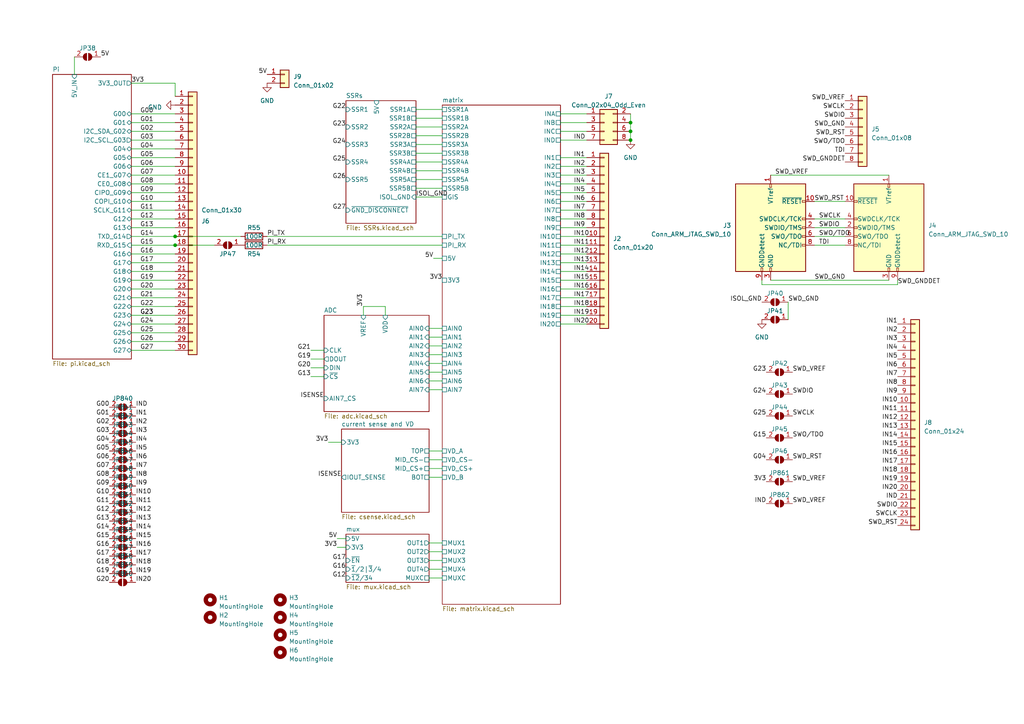
<source format=kicad_sch>
(kicad_sch (version 20230121) (generator eeschema)
  (paper "A4")
  (lib_symbols
    (symbol "Connector:Conn_ARM_JTAG_SWD_10" (pin_names (offset 1.016))
      (property "Reference" "J" (at -2.54 16.51 0))
      (property "Value" "Conn_ARM_JTAG_SWD_10" (at -2.54 13.97 0))
      (symbol "Conn_ARM_JTAG_SWD_10_0_1"
        (rectangle (start -10.16 12.7) (end 10.16 -12.7) (stroke (width 0.254)) (fill (type background)))
        (rectangle (start -2.794 -12.7) (end -2.286 -11.684))
        (rectangle (start -0.254 -12.7) (end 0.254 -11.684))
        (rectangle (start -0.254 12.7) (end 0.254 11.684))
        (rectangle (start 9.144 2.286) (end 10.16 2.794))
        (rectangle (start 10.16 -2.794) (end 9.144 -2.286))
        (rectangle (start 10.16 -0.254) (end 9.144 0.254))
        (rectangle (start 10.16 7.874) (end 9.144 7.366))
      )
      (symbol "Conn_ARM_JTAG_SWD_10_1_1"
        (rectangle (start 9.144 -5.334) (end 10.16 -4.826))
        (pin power_in line (at 0 15.24 270) (length 2.54) (name "VTref") (number "1"))
        (pin open_collector line (at 12.7 7.62 180) (length 2.54) (name "~{RESET}") (number "10"))
        (pin bidirectional line (at 12.7 0 180) (length 2.54) (name "SWDIO/TMS") (number "2"))
        (pin power_in line (at 0 -15.24 90) (length 2.54) (name "GND") (number "3"))
        (pin output line (at 12.7 2.54 180) (length 2.54) (name "SWDCLK/TCK") (number "4"))
        (pin passive line (at 0 -15.24 90) (length 2.54) hide (name "GND") (number "5"))
        (pin input line (at 12.7 -2.54 180) (length 2.54) (name "SWO/TDO") (number "6"))
        (pin no_connect line (at -10.16 0 0) (length 2.54) hide (name "KEY") (number "7"))
        (pin output line (at 12.7 -5.08 180) (length 2.54) (name "NC/TDI") (number "8"))
        (pin passive line (at -2.54 -15.24 90) (length 2.54) (name "GNDDetect") (number "9"))
      )
    )
    (symbol "Connector_Generic:Conn_01x02" (pin_names (offset 1.016) hide)
      (property "Reference" "J" (at 0 2.54 0))
      (property "Value" "Conn_01x02" (at 0 -5.08 0))
      (symbol "Conn_01x02_1_1"
        (rectangle (start -1.27 -2.413) (end 0 -2.667) (stroke (width 0.1524)))
        (rectangle (start -1.27 0.127) (end 0 -0.127) (stroke (width 0.1524)))
        (rectangle (start -1.27 1.27) (end 1.27 -3.81) (stroke (width 0.254)) (fill (type background)))
        (pin passive line (at -5.08 0 0) (length 3.81) (name "Pin_1") (number "1"))
        (pin passive line (at -5.08 -2.54 0) (length 3.81) (name "Pin_2") (number "2"))
      )
    )
    (symbol "Connector_Generic:Conn_01x08" (pin_names (offset 1.016) hide)
      (property "Reference" "J" (at 0 10.16 0))
      (property "Value" "Conn_01x08" (at 0 -12.7 0))
      (symbol "Conn_01x08_1_1"
        (rectangle (start -1.27 -10.033) (end 0 -10.287) (stroke (width 0.1524)))
        (rectangle (start -1.27 -7.493) (end 0 -7.747) (stroke (width 0.1524)))
        (rectangle (start -1.27 -4.953) (end 0 -5.207) (stroke (width 0.1524)))
        (rectangle (start -1.27 -2.413) (end 0 -2.667) (stroke (width 0.1524)))
        (rectangle (start -1.27 0.127) (end 0 -0.127) (stroke (width 0.1524)))
        (rectangle (start -1.27 2.667) (end 0 2.413) (stroke (width 0.1524)))
        (rectangle (start -1.27 5.207) (end 0 4.953) (stroke (width 0.1524)))
        (rectangle (start -1.27 7.747) (end 0 7.493) (stroke (width 0.1524)))
        (rectangle (start -1.27 8.89) (end 1.27 -11.43) (stroke (width 0.254)) (fill (type background)))
        (pin passive line (at -5.08 7.62 0) (length 3.81) (name "Pin_1") (number "1"))
        (pin passive line (at -5.08 5.08 0) (length 3.81) (name "Pin_2") (number "2"))
        (pin passive line (at -5.08 2.54 0) (length 3.81) (name "Pin_3") (number "3"))
        (pin passive line (at -5.08 0 0) (length 3.81) (name "Pin_4") (number "4"))
        (pin passive line (at -5.08 -2.54 0) (length 3.81) (name "Pin_5") (number "5"))
        (pin passive line (at -5.08 -5.08 0) (length 3.81) (name "Pin_6") (number "6"))
        (pin passive line (at -5.08 -7.62 0) (length 3.81) (name "Pin_7") (number "7"))
        (pin passive line (at -5.08 -10.16 0) (length 3.81) (name "Pin_8") (number "8"))
      )
    )
    (symbol "Connector_Generic:Conn_01x20" (pin_names (offset 1.016) hide)
      (property "Reference" "J" (at 0 25.4 0))
      (property "Value" "Conn_01x20" (at 0 -27.94 0))
      (symbol "Conn_01x20_1_1"
        (rectangle (start -1.27 -25.273) (end 0 -25.527) (stroke (width 0.1524)))
        (rectangle (start -1.27 -22.733) (end 0 -22.987) (stroke (width 0.1524)))
        (rectangle (start -1.27 -20.193) (end 0 -20.447) (stroke (width 0.1524)))
        (rectangle (start -1.27 -17.653) (end 0 -17.907) (stroke (width 0.1524)))
        (rectangle (start -1.27 -15.113) (end 0 -15.367) (stroke (width 0.1524)))
        (rectangle (start -1.27 -12.573) (end 0 -12.827) (stroke (width 0.1524)))
        (rectangle (start -1.27 -10.033) (end 0 -10.287) (stroke (width 0.1524)))
        (rectangle (start -1.27 -7.493) (end 0 -7.747) (stroke (width 0.1524)))
        (rectangle (start -1.27 -4.953) (end 0 -5.207) (stroke (width 0.1524)))
        (rectangle (start -1.27 -2.413) (end 0 -2.667) (stroke (width 0.1524)))
        (rectangle (start -1.27 0.127) (end 0 -0.127) (stroke (width 0.1524)))
        (rectangle (start -1.27 2.667) (end 0 2.413) (stroke (width 0.1524)))
        (rectangle (start -1.27 5.207) (end 0 4.953) (stroke (width 0.1524)))
        (rectangle (start -1.27 7.747) (end 0 7.493) (stroke (width 0.1524)))
        (rectangle (start -1.27 10.287) (end 0 10.033) (stroke (width 0.1524)))
        (rectangle (start -1.27 12.827) (end 0 12.573) (stroke (width 0.1524)))
        (rectangle (start -1.27 15.367) (end 0 15.113) (stroke (width 0.1524)))
        (rectangle (start -1.27 17.907) (end 0 17.653) (stroke (width 0.1524)))
        (rectangle (start -1.27 20.447) (end 0 20.193) (stroke (width 0.1524)))
        (rectangle (start -1.27 22.987) (end 0 22.733) (stroke (width 0.1524)))
        (rectangle (start -1.27 24.13) (end 1.27 -26.67) (stroke (width 0.254)) (fill (type background)))
        (pin passive line (at -5.08 22.86 0) (length 3.81) (name "Pin_1") (number "1"))
        (pin passive line (at -5.08 0 0) (length 3.81) (name "Pin_10") (number "10"))
        (pin passive line (at -5.08 -2.54 0) (length 3.81) (name "Pin_11") (number "11"))
        (pin passive line (at -5.08 -5.08 0) (length 3.81) (name "Pin_12") (number "12"))
        (pin passive line (at -5.08 -7.62 0) (length 3.81) (name "Pin_13") (number "13"))
        (pin passive line (at -5.08 -10.16 0) (length 3.81) (name "Pin_14") (number "14"))
        (pin passive line (at -5.08 -12.7 0) (length 3.81) (name "Pin_15") (number "15"))
        (pin passive line (at -5.08 -15.24 0) (length 3.81) (name "Pin_16") (number "16"))
        (pin passive line (at -5.08 -17.78 0) (length 3.81) (name "Pin_17") (number "17"))
        (pin passive line (at -5.08 -20.32 0) (length 3.81) (name "Pin_18") (number "18"))
        (pin passive line (at -5.08 -22.86 0) (length 3.81) (name "Pin_19") (number "19"))
        (pin passive line (at -5.08 20.32 0) (length 3.81) (name "Pin_2") (number "2"))
        (pin passive line (at -5.08 -25.4 0) (length 3.81) (name "Pin_20") (number "20"))
        (pin passive line (at -5.08 17.78 0) (length 3.81) (name "Pin_3") (number "3"))
        (pin passive line (at -5.08 15.24 0) (length 3.81) (name "Pin_4") (number "4"))
        (pin passive line (at -5.08 12.7 0) (length 3.81) (name "Pin_5") (number "5"))
        (pin passive line (at -5.08 10.16 0) (length 3.81) (name "Pin_6") (number "6"))
        (pin passive line (at -5.08 7.62 0) (length 3.81) (name "Pin_7") (number "7"))
        (pin passive line (at -5.08 5.08 0) (length 3.81) (name "Pin_8") (number "8"))
        (pin passive line (at -5.08 2.54 0) (length 3.81) (name "Pin_9") (number "9"))
      )
    )
    (symbol "Connector_Generic:Conn_01x24" (pin_names (offset 1.016) hide)
      (property "Reference" "J" (at 0 30.48 0))
      (property "Value" "Conn_01x24" (at 0 -33.02 0))
      (symbol "Conn_01x24_1_1"
        (rectangle (start -1.27 -30.353) (end 0 -30.607) (stroke (width 0.1524)))
        (rectangle (start -1.27 -27.813) (end 0 -28.067) (stroke (width 0.1524)))
        (rectangle (start -1.27 -25.273) (end 0 -25.527) (stroke (width 0.1524)))
        (rectangle (start -1.27 -22.733) (end 0 -22.987) (stroke (width 0.1524)))
        (rectangle (start -1.27 -20.193) (end 0 -20.447) (stroke (width 0.1524)))
        (rectangle (start -1.27 -17.653) (end 0 -17.907) (stroke (width 0.1524)))
        (rectangle (start -1.27 -15.113) (end 0 -15.367) (stroke (width 0.1524)))
        (rectangle (start -1.27 -12.573) (end 0 -12.827) (stroke (width 0.1524)))
        (rectangle (start -1.27 -10.033) (end 0 -10.287) (stroke (width 0.1524)))
        (rectangle (start -1.27 -7.493) (end 0 -7.747) (stroke (width 0.1524)))
        (rectangle (start -1.27 -4.953) (end 0 -5.207) (stroke (width 0.1524)))
        (rectangle (start -1.27 -2.413) (end 0 -2.667) (stroke (width 0.1524)))
        (rectangle (start -1.27 0.127) (end 0 -0.127) (stroke (width 0.1524)))
        (rectangle (start -1.27 2.667) (end 0 2.413) (stroke (width 0.1524)))
        (rectangle (start -1.27 5.207) (end 0 4.953) (stroke (width 0.1524)))
        (rectangle (start -1.27 7.747) (end 0 7.493) (stroke (width 0.1524)))
        (rectangle (start -1.27 10.287) (end 0 10.033) (stroke (width 0.1524)))
        (rectangle (start -1.27 12.827) (end 0 12.573) (stroke (width 0.1524)))
        (rectangle (start -1.27 15.367) (end 0 15.113) (stroke (width 0.1524)))
        (rectangle (start -1.27 17.907) (end 0 17.653) (stroke (width 0.1524)))
        (rectangle (start -1.27 20.447) (end 0 20.193) (stroke (width 0.1524)))
        (rectangle (start -1.27 22.987) (end 0 22.733) (stroke (width 0.1524)))
        (rectangle (start -1.27 25.527) (end 0 25.273) (stroke (width 0.1524)))
        (rectangle (start -1.27 28.067) (end 0 27.813) (stroke (width 0.1524)))
        (rectangle (start -1.27 29.21) (end 1.27 -31.75) (stroke (width 0.254)) (fill (type background)))
        (pin passive line (at -5.08 27.94 0) (length 3.81) (name "Pin_1") (number "1"))
        (pin passive line (at -5.08 5.08 0) (length 3.81) (name "Pin_10") (number "10"))
        (pin passive line (at -5.08 2.54 0) (length 3.81) (name "Pin_11") (number "11"))
        (pin passive line (at -5.08 0 0) (length 3.81) (name "Pin_12") (number "12"))
        (pin passive line (at -5.08 -2.54 0) (length 3.81) (name "Pin_13") (number "13"))
        (pin passive line (at -5.08 -5.08 0) (length 3.81) (name "Pin_14") (number "14"))
        (pin passive line (at -5.08 -7.62 0) (length 3.81) (name "Pin_15") (number "15"))
        (pin passive line (at -5.08 -10.16 0) (length 3.81) (name "Pin_16") (number "16"))
        (pin passive line (at -5.08 -12.7 0) (length 3.81) (name "Pin_17") (number "17"))
        (pin passive line (at -5.08 -15.24 0) (length 3.81) (name "Pin_18") (number "18"))
        (pin passive line (at -5.08 -17.78 0) (length 3.81) (name "Pin_19") (number "19"))
        (pin passive line (at -5.08 25.4 0) (length 3.81) (name "Pin_2") (number "2"))
        (pin passive line (at -5.08 -20.32 0) (length 3.81) (name "Pin_20") (number "20"))
        (pin passive line (at -5.08 -22.86 0) (length 3.81) (name "Pin_21") (number "21"))
        (pin passive line (at -5.08 -25.4 0) (length 3.81) (name "Pin_22") (number "22"))
        (pin passive line (at -5.08 -27.94 0) (length 3.81) (name "Pin_23") (number "23"))
        (pin passive line (at -5.08 -30.48 0) (length 3.81) (name "Pin_24") (number "24"))
        (pin passive line (at -5.08 22.86 0) (length 3.81) (name "Pin_3") (number "3"))
        (pin passive line (at -5.08 20.32 0) (length 3.81) (name "Pin_4") (number "4"))
        (pin passive line (at -5.08 17.78 0) (length 3.81) (name "Pin_5") (number "5"))
        (pin passive line (at -5.08 15.24 0) (length 3.81) (name "Pin_6") (number "6"))
        (pin passive line (at -5.08 12.7 0) (length 3.81) (name "Pin_7") (number "7"))
        (pin passive line (at -5.08 10.16 0) (length 3.81) (name "Pin_8") (number "8"))
        (pin passive line (at -5.08 7.62 0) (length 3.81) (name "Pin_9") (number "9"))
      )
    )
    (symbol "Connector_Generic:Conn_01x30" (pin_names (offset 1.016) hide)
      (property "Reference" "J" (at 0 38.1 0))
      (property "Value" "Conn_01x30" (at 0 -40.64 0))
      (symbol "Conn_01x30_1_1"
        (rectangle (start -1.27 -37.973) (end 0 -38.227) (stroke (width 0.1524)))
        (rectangle (start -1.27 -35.433) (end 0 -35.687) (stroke (width 0.1524)))
        (rectangle (start -1.27 -32.893) (end 0 -33.147) (stroke (width 0.1524)))
        (rectangle (start -1.27 -30.353) (end 0 -30.607) (stroke (width 0.1524)))
        (rectangle (start -1.27 -27.813) (end 0 -28.067) (stroke (width 0.1524)))
        (rectangle (start -1.27 -25.273) (end 0 -25.527) (stroke (width 0.1524)))
        (rectangle (start -1.27 -22.733) (end 0 -22.987) (stroke (width 0.1524)))
        (rectangle (start -1.27 -20.193) (end 0 -20.447) (stroke (width 0.1524)))
        (rectangle (start -1.27 -17.653) (end 0 -17.907) (stroke (width 0.1524)))
        (rectangle (start -1.27 -15.113) (end 0 -15.367) (stroke (width 0.1524)))
        (rectangle (start -1.27 -12.573) (end 0 -12.827) (stroke (width 0.1524)))
        (rectangle (start -1.27 -10.033) (end 0 -10.287) (stroke (width 0.1524)))
        (rectangle (start -1.27 -7.493) (end 0 -7.747) (stroke (width 0.1524)))
        (rectangle (start -1.27 -4.953) (end 0 -5.207) (stroke (width 0.1524)))
        (rectangle (start -1.27 -2.413) (end 0 -2.667) (stroke (width 0.1524)))
        (rectangle (start -1.27 0.127) (end 0 -0.127) (stroke (width 0.1524)))
        (rectangle (start -1.27 2.667) (end 0 2.413) (stroke (width 0.1524)))
        (rectangle (start -1.27 5.207) (end 0 4.953) (stroke (width 0.1524)))
        (rectangle (start -1.27 7.747) (end 0 7.493) (stroke (width 0.1524)))
        (rectangle (start -1.27 10.287) (end 0 10.033) (stroke (width 0.1524)))
        (rectangle (start -1.27 12.827) (end 0 12.573) (stroke (width 0.1524)))
        (rectangle (start -1.27 15.367) (end 0 15.113) (stroke (width 0.1524)))
        (rectangle (start -1.27 17.907) (end 0 17.653) (stroke (width 0.1524)))
        (rectangle (start -1.27 20.447) (end 0 20.193) (stroke (width 0.1524)))
        (rectangle (start -1.27 22.987) (end 0 22.733) (stroke (width 0.1524)))
        (rectangle (start -1.27 25.527) (end 0 25.273) (stroke (width 0.1524)))
        (rectangle (start -1.27 28.067) (end 0 27.813) (stroke (width 0.1524)))
        (rectangle (start -1.27 30.607) (end 0 30.353) (stroke (width 0.1524)))
        (rectangle (start -1.27 33.147) (end 0 32.893) (stroke (width 0.1524)))
        (rectangle (start -1.27 35.687) (end 0 35.433) (stroke (width 0.1524)))
        (rectangle (start -1.27 36.83) (end 1.27 -39.37) (stroke (width 0.254)) (fill (type background)))
        (pin passive line (at -5.08 35.56 0) (length 3.81) (name "Pin_1") (number "1"))
        (pin passive line (at -5.08 12.7 0) (length 3.81) (name "Pin_10") (number "10"))
        (pin passive line (at -5.08 10.16 0) (length 3.81) (name "Pin_11") (number "11"))
        (pin passive line (at -5.08 7.62 0) (length 3.81) (name "Pin_12") (number "12"))
        (pin passive line (at -5.08 5.08 0) (length 3.81) (name "Pin_13") (number "13"))
        (pin passive line (at -5.08 2.54 0) (length 3.81) (name "Pin_14") (number "14"))
        (pin passive line (at -5.08 0 0) (length 3.81) (name "Pin_15") (number "15"))
        (pin passive line (at -5.08 -2.54 0) (length 3.81) (name "Pin_16") (number "16"))
        (pin passive line (at -5.08 -5.08 0) (length 3.81) (name "Pin_17") (number "17"))
        (pin passive line (at -5.08 -7.62 0) (length 3.81) (name "Pin_18") (number "18"))
        (pin passive line (at -5.08 -10.16 0) (length 3.81) (name "Pin_19") (number "19"))
        (pin passive line (at -5.08 33.02 0) (length 3.81) (name "Pin_2") (number "2"))
        (pin passive line (at -5.08 -12.7 0) (length 3.81) (name "Pin_20") (number "20"))
        (pin passive line (at -5.08 -15.24 0) (length 3.81) (name "Pin_21") (number "21"))
        (pin passive line (at -5.08 -17.78 0) (length 3.81) (name "Pin_22") (number "22"))
        (pin passive line (at -5.08 -20.32 0) (length 3.81) (name "Pin_23") (number "23"))
        (pin passive line (at -5.08 -22.86 0) (length 3.81) (name "Pin_24") (number "24"))
        (pin passive line (at -5.08 -25.4 0) (length 3.81) (name "Pin_25") (number "25"))
        (pin passive line (at -5.08 -27.94 0) (length 3.81) (name "Pin_26") (number "26"))
        (pin passive line (at -5.08 -30.48 0) (length 3.81) (name "Pin_27") (number "27"))
        (pin passive line (at -5.08 -33.02 0) (length 3.81) (name "Pin_28") (number "28"))
        (pin passive line (at -5.08 -35.56 0) (length 3.81) (name "Pin_29") (number "29"))
        (pin passive line (at -5.08 30.48 0) (length 3.81) (name "Pin_3") (number "3"))
        (pin passive line (at -5.08 -38.1 0) (length 3.81) (name "Pin_30") (number "30"))
        (pin passive line (at -5.08 27.94 0) (length 3.81) (name "Pin_4") (number "4"))
        (pin passive line (at -5.08 25.4 0) (length 3.81) (name "Pin_5") (number "5"))
        (pin passive line (at -5.08 22.86 0) (length 3.81) (name "Pin_6") (number "6"))
        (pin passive line (at -5.08 20.32 0) (length 3.81) (name "Pin_7") (number "7"))
        (pin passive line (at -5.08 17.78 0) (length 3.81) (name "Pin_8") (number "8"))
        (pin passive line (at -5.08 15.24 0) (length 3.81) (name "Pin_9") (number "9"))
      )
    )
    (symbol "Connector_Generic:Conn_02x04_Odd_Even" (pin_names (offset 1.016) hide)
      (property "Reference" "J" (at 1.27 5.08 0))
      (property "Value" "Conn_02x04_Odd_Even" (at 1.27 -7.62 0))
      (symbol "Conn_02x04_Odd_Even_1_1"
        (rectangle (start -1.27 -4.953) (end 0 -5.207) (stroke (width 0.1524)))
        (rectangle (start -1.27 -2.413) (end 0 -2.667) (stroke (width 0.1524)))
        (rectangle (start -1.27 0.127) (end 0 -0.127) (stroke (width 0.1524)))
        (rectangle (start -1.27 2.667) (end 0 2.413) (stroke (width 0.1524)))
        (rectangle (start -1.27 3.81) (end 3.81 -6.35) (stroke (width 0.254)) (fill (type background)))
        (rectangle (start 3.81 -4.953) (end 2.54 -5.207) (stroke (width 0.1524)))
        (rectangle (start 3.81 -2.413) (end 2.54 -2.667) (stroke (width 0.1524)))
        (rectangle (start 3.81 0.127) (end 2.54 -0.127) (stroke (width 0.1524)))
        (rectangle (start 3.81 2.667) (end 2.54 2.413) (stroke (width 0.1524)))
        (pin passive line (at -5.08 2.54 0) (length 3.81) (name "Pin_1") (number "1"))
        (pin passive line (at 7.62 2.54 180) (length 3.81) (name "Pin_2") (number "2"))
        (pin passive line (at -5.08 0 0) (length 3.81) (name "Pin_3") (number "3"))
        (pin passive line (at 7.62 0 180) (length 3.81) (name "Pin_4") (number "4"))
        (pin passive line (at -5.08 -2.54 0) (length 3.81) (name "Pin_5") (number "5"))
        (pin passive line (at 7.62 -2.54 180) (length 3.81) (name "Pin_6") (number "6"))
        (pin passive line (at -5.08 -5.08 0) (length 3.81) (name "Pin_7") (number "7"))
        (pin passive line (at 7.62 -5.08 180) (length 3.81) (name "Pin_8") (number "8"))
      )
    )
    (symbol "Device:R" (pin_numbers hide) (pin_names (offset 0))
      (property "Reference" "R" (at 2.032 0 90))
      (property "Value" "R" (at 0 0 90))
      (symbol "R_0_1"
        (rectangle (start -1.016 -2.54) (end 1.016 2.54) (stroke (width 0.254)))
      )
      (symbol "R_1_1"
        (pin passive line (at 0 3.81 270) (length 1.27) (name "~") (number "1"))
        (pin passive line (at 0 -3.81 90) (length 1.27) (name "~") (number "2"))
      )
    )
    (symbol "Jumper:SolderJumper_2_Open" (pin_names (offset 0) hide)
      (property "Reference" "JP" (at 0 2.032 0))
      (property "Value" "SolderJumper_2_Open" (at 0 -2.54 0))
      (symbol "SolderJumper_2_Open_0_1"
        (arc (start -0.254 1.016) (mid -1.2656 0) (end -0.254 -1.016))
        (arc (start -0.254 1.016) (mid -1.2656 0) (end -0.254 -1.016) (fill (type outline)))
        (polyline (pts (xy -0.254 1.016) (xy -0.254 -1.016)))
        (polyline (pts (xy 0.254 1.016) (xy 0.254 -1.016)))
        (arc (start 0.254 -1.016) (mid 1.2656 0) (end 0.254 1.016))
        (arc (start 0.254 -1.016) (mid 1.2656 0) (end 0.254 1.016) (fill (type outline)))
      )
      (symbol "SolderJumper_2_Open_1_1"
        (pin passive line (at -3.81 0 0) (length 2.54) (name "A") (number "1"))
        (pin passive line (at 3.81 0 180) (length 2.54) (name "B") (number "2"))
      )
    )
    (symbol "Mechanical:MountingHole" (pin_names (offset 1.016))
      (property "Reference" "H" (at 0 5.08 0))
      (property "Value" "MountingHole" (at 0 3.175 0))
      (symbol "MountingHole_0_1"
        (circle (center 0 0) (radius 1.27) (stroke (width 1.27)))
      )
    )
    (symbol "power:GND" (power) (pin_names (offset 0))
      (property "Value" "GND" (at 0 -3.81 0))
      (symbol "GND_0_1"
        (polyline (pts (xy 0 0) (xy 0 -1.27) (xy 1.27 -1.27) (xy 0 -2.54) (xy -1.27 -1.27) (xy 0 -1.27)))
      )
      (symbol "GND_1_1"
        (pin power_in line (at 0 0 270) (length 0) hide (name "GND") (number "1"))
      )
    )
  )
  (junction (at 50.8 71.12))
  (junction (at 182.88 38.1))
  (junction (at 50.8 68.58))
  (junction (at 182.88 35.56))
  (junction (at 182.88 40.64))
  (wire (pts (xy 223.52 81.28) (xy 257.81 81.28)))
  (wire (pts (xy 124.46 110.49) (xy 128.27 110.49)))
  (wire (pts (xy 162.56 58.42) (xy 170.18 58.42)))
  (wire (pts (xy 124.46 130.81) (xy 128.27 130.81)))
  (wire (pts (xy 124.46 135.89) (xy 128.27 135.89)))
  (wire (pts (xy 124.46 105.41) (xy 128.27 105.41)))
  (wire (pts (xy 50.8 24.13) (xy 50.8 27.94)))
  (wire (pts (xy 111.76 91.44) (xy 111.76 88.9)))
  (wire (pts (xy 120.65 39.37) (xy 128.27 39.37)))
  (wire (pts (xy 228.6 87.63) (xy 228.6 92.71)))
  (wire (pts (xy 124.46 167.64) (xy 128.27 167.64)))
  (wire (pts (xy 162.56 88.9) (xy 170.18 88.9)))
  (wire (pts (xy 38.1 48.26) (xy 50.8 48.26)))
  (wire (pts (xy 38.1 60.96) (xy 50.8 60.96)))
  (wire (pts (xy 90.17 104.14) (xy 93.98 104.14)))
  (wire (pts (xy 38.1 86.36) (xy 50.8 86.36)))
  (wire (pts (xy 38.1 58.42) (xy 50.8 58.42)))
  (wire (pts (xy 162.56 63.5) (xy 170.18 63.5)))
  (wire (pts (xy 124.46 97.79) (xy 128.27 97.79)))
  (wire (pts (xy 90.17 106.68) (xy 93.98 106.68)))
  (wire (pts (xy 162.56 83.82) (xy 170.18 83.82)))
  (wire (pts (xy 124.46 165.1) (xy 128.27 165.1)))
  (wire (pts (xy 124.46 157.48) (xy 128.27 157.48)))
  (wire (pts (xy 162.56 68.58) (xy 170.18 68.58)))
  (wire (pts (xy 162.56 38.1) (xy 170.18 38.1)))
  (wire (pts (xy 162.56 53.34) (xy 170.18 53.34)))
  (wire (pts (xy 38.1 73.66) (xy 50.8 73.66)))
  (wire (pts (xy 38.1 55.88) (xy 50.8 55.88)))
  (wire (pts (xy 38.1 24.13) (xy 50.8 24.13)))
  (wire (pts (xy 38.1 71.12) (xy 50.8 71.12)))
  (wire (pts (xy 120.65 44.45) (xy 128.27 44.45)))
  (wire (pts (xy 162.56 66.04) (xy 170.18 66.04)))
  (wire (pts (xy 236.22 66.04) (xy 245.11 66.04)))
  (wire (pts (xy 223.52 50.8) (xy 257.81 50.8)))
  (wire (pts (xy 182.88 33.02) (xy 182.88 35.56)))
  (wire (pts (xy 162.56 33.02) (xy 170.18 33.02)))
  (wire (pts (xy 162.56 91.44) (xy 170.18 91.44)))
  (wire (pts (xy 162.56 93.98) (xy 170.18 93.98)))
  (wire (pts (xy 97.79 156.21) (xy 100.33 156.21)))
  (wire (pts (xy 124.46 102.87) (xy 128.27 102.87)))
  (wire (pts (xy 120.65 52.07) (xy 128.27 52.07)))
  (wire (pts (xy 38.1 38.1) (xy 50.8 38.1)))
  (wire (pts (xy 38.1 66.04) (xy 50.8 66.04)))
  (wire (pts (xy 162.56 50.8) (xy 170.18 50.8)))
  (wire (pts (xy 38.1 81.28) (xy 50.8 81.28)))
  (wire (pts (xy 38.1 45.72) (xy 50.8 45.72)))
  (wire (pts (xy 38.1 76.2) (xy 50.8 76.2)))
  (wire (pts (xy 125.73 74.93) (xy 128.27 74.93)))
  (wire (pts (xy 162.56 45.72) (xy 170.18 45.72)))
  (wire (pts (xy 38.1 63.5) (xy 50.8 63.5)))
  (wire (pts (xy 124.46 160.02) (xy 128.27 160.02)))
  (wire (pts (xy 162.56 86.36) (xy 170.18 86.36)))
  (wire (pts (xy 124.46 138.43) (xy 128.27 138.43)))
  (wire (pts (xy 38.1 91.44) (xy 50.8 91.44)))
  (wire (pts (xy 182.88 35.56) (xy 182.88 38.1)))
  (wire (pts (xy 38.1 88.9) (xy 50.8 88.9)))
  (wire (pts (xy 120.65 41.91) (xy 128.27 41.91)))
  (wire (pts (xy 162.56 48.26) (xy 170.18 48.26)))
  (wire (pts (xy 162.56 73.66) (xy 170.18 73.66)))
  (wire (pts (xy 124.46 133.35) (xy 128.27 133.35)))
  (wire (pts (xy 38.1 40.64) (xy 50.8 40.64)))
  (wire (pts (xy 38.1 35.56) (xy 50.8 35.56)))
  (wire (pts (xy 162.56 76.2) (xy 170.18 76.2)))
  (wire (pts (xy 38.1 50.8) (xy 50.8 50.8)))
  (wire (pts (xy 50.8 71.12) (xy 62.23 71.12)))
  (wire (pts (xy 38.1 78.74) (xy 50.8 78.74)))
  (wire (pts (xy 77.47 68.58) (xy 128.27 68.58)))
  (wire (pts (xy 124.46 100.33) (xy 128.27 100.33)))
  (wire (pts (xy 162.56 60.96) (xy 170.18 60.96)))
  (wire (pts (xy 162.56 78.74) (xy 170.18 78.74)))
  (wire (pts (xy 90.17 101.6) (xy 93.98 101.6)))
  (wire (pts (xy 38.1 68.58) (xy 50.8 68.58)))
  (wire (pts (xy 124.46 95.25) (xy 128.27 95.25)))
  (wire (pts (xy 236.22 71.12) (xy 245.11 71.12)))
  (wire (pts (xy 120.65 34.29) (xy 128.27 34.29)))
  (wire (pts (xy 50.8 68.58) (xy 69.85 68.58)))
  (wire (pts (xy 162.56 71.12) (xy 170.18 71.12)))
  (wire (pts (xy 38.1 53.34) (xy 50.8 53.34)))
  (wire (pts (xy 236.22 58.42) (xy 245.11 58.42)))
  (wire (pts (xy 90.17 109.22) (xy 93.98 109.22)))
  (wire (pts (xy 105.41 88.9) (xy 105.41 91.44)))
  (wire (pts (xy 120.65 31.75) (xy 128.27 31.75)))
  (wire (pts (xy 38.1 99.06) (xy 50.8 99.06)))
  (wire (pts (xy 97.79 158.75) (xy 100.33 158.75)))
  (wire (pts (xy 162.56 81.28) (xy 170.18 81.28)))
  (wire (pts (xy 120.65 36.83) (xy 128.27 36.83)))
  (wire (pts (xy 124.46 107.95) (xy 128.27 107.95)))
  (wire (pts (xy 38.1 33.02) (xy 50.8 33.02)))
  (wire (pts (xy 120.65 54.61) (xy 128.27 54.61)))
  (wire (pts (xy 260.35 82.55) (xy 260.35 81.28)))
  (wire (pts (xy 220.98 82.55) (xy 260.35 82.55)))
  (wire (pts (xy 120.65 49.53) (xy 128.27 49.53)))
  (wire (pts (xy 38.1 101.6) (xy 50.8 101.6)))
  (wire (pts (xy 95.25 128.27) (xy 99.06 128.27)))
  (wire (pts (xy 77.47 71.12) (xy 128.27 71.12)))
  (wire (pts (xy 124.46 113.03) (xy 128.27 113.03)))
  (wire (pts (xy 111.76 88.9) (xy 105.41 88.9)))
  (wire (pts (xy 182.88 38.1) (xy 182.88 40.64)))
  (wire (pts (xy 236.22 63.5) (xy 245.11 63.5)))
  (wire (pts (xy 162.56 55.88) (xy 170.18 55.88)))
  (wire (pts (xy 120.65 57.15) (xy 128.27 57.15)))
  (wire (pts (xy 124.46 162.56) (xy 128.27 162.56)))
  (wire (pts (xy 38.1 83.82) (xy 50.8 83.82)))
  (wire (pts (xy 38.1 93.98) (xy 50.8 93.98)))
  (wire (pts (xy 236.22 68.58) (xy 245.11 68.58)))
  (wire (pts (xy 38.1 43.18) (xy 50.8 43.18)))
  (wire (pts (xy 120.65 46.99) (xy 128.27 46.99)))
  (wire (pts (xy 162.56 35.56) (xy 170.18 35.56)))
  (wire (pts (xy 38.1 96.52) (xy 50.8 96.52)))
  (wire (pts (xy 220.98 81.28) (xy 220.98 82.55)))
  (wire (pts (xy 21.59 16.51) (xy 21.59 21.59)))
  (wire (pts (xy 162.56 40.64) (xy 170.18 40.64)))
  (label "SWD_GND" (at 228.6 87.63 0))
  (label "IN4" (at 260.35 101.6 180))
  (label "IN14" (at 166.37 78.74 0))
  (label "IN10" (at 166.37 68.58 0))
  (label "IN3" (at 39.37 125.73 0))
  (label "G20" (at 90.17 106.68 180))
  (label "G17" (at 100.33 162.56 180))
  (label "SWD_RST" (at 245.11 39.37 180))
  (label "G23" (at 222.25 107.95 180))
  (label "G20" (at 31.75 168.91 180))
  (label "SWD_GND" (at 245.11 36.83 180))
  (label "G19" (at 40.64 81.28 0))
  (label "G10" (at 31.75 143.51 180))
  (label "IN3" (at 166.37 50.8 0))
  (label "G26" (at 100.33 52.07 180))
  (label "IN18" (at 166.37 88.9 0))
  (label "IN6" (at 260.35 106.68 180))
  (label "G15" (at 222.25 127 180))
  (label "SWD_VREF" (at 229.87 139.7 0))
  (label "G18" (at 31.75 163.83 180))
  (label "IN13" (at 39.37 151.13 0))
  (label "G15" (at 31.75 156.21 180))
  (label "IN9" (at 39.37 140.97 0))
  (label "G18" (at 40.64 78.74 0))
  (label "IN19" (at 39.37 166.37 0))
  (label "IN12" (at 260.35 121.92 180))
  (label "G02" (at 31.75 123.19 180))
  (label "G26" (at 40.64 99.06 0))
  (label "IN15" (at 39.37 156.21 0))
  (label "IN17" (at 166.37 86.36 0))
  (label "G00" (at 40.64 33.02 0))
  (label "3V3" (at 95.25 128.27 180))
  (label "5V" (at 125.73 74.93 180))
  (label "IN14" (at 260.35 127 180))
  (label "IN19" (at 260.35 139.7 180))
  (label "G12" (at 100.33 167.64 180))
  (label "IN13" (at 166.37 76.2 0))
  (label "G12" (at 40.64 63.5 0))
  (label "IN12" (at 39.37 148.59 0))
  (label "G14" (at 40.64 68.58 0))
  (label "SWD_RST" (at 260.35 152.4 180))
  (label "G13" (at 90.17 109.22 180))
  (label "G09" (at 40.64 55.88 0))
  (label "IN7" (at 166.37 60.96 0))
  (label "ISENSE" (at 93.98 115.57 180))
  (label "G14" (at 31.75 153.67 180))
  (label "IN8" (at 260.35 111.76 180))
  (label "G04" (at 222.25 133.35 180))
  (label "5V" (at 29.21 16.51 0))
  (label "IN5" (at 166.37 55.88 0))
  (label "G10" (at 40.64 58.42 0))
  (label "SWDIO" (at 237.49 66.04 0))
  (label "IN6" (at 166.37 58.42 0))
  (label "G08" (at 31.75 138.43 180))
  (label "IN4" (at 39.37 128.27 0))
  (label "G07" (at 31.75 135.89 180))
  (label "SWDIO" (at 229.87 114.3 0))
  (label "SWD_VREF" (at 229.87 107.95 0))
  (label "G16" (at 100.33 165.1 180))
  (label "IN16" (at 260.35 132.08 180))
  (label "IN12" (at 166.37 73.66 0))
  (label "TDI" (at 237.49 71.12 0))
  (label "G23" (at 40.64 91.44 0))
  (label "IN5" (at 39.37 130.81 0))
  (label "PI_TX" (at 77.47 68.58 0))
  (label "IN18" (at 39.37 163.83 0))
  (label "IN16" (at 166.37 83.82 0))
  (label "G11" (at 31.75 146.05 180))
  (label "G22" (at 40.64 88.9 0))
  (label "IN9" (at 260.35 114.3 180))
  (label "G25" (at 40.64 96.52 0))
  (label "G16" (at 40.64 73.66 0))
  (label "G27" (at 40.64 101.6 0))
  (label "IND" (at 39.37 118.11 0))
  (label "G03" (at 31.75 125.73 180))
  (label "IN4" (at 166.37 53.34 0))
  (label "IN7" (at 39.37 135.89 0))
  (label "G09" (at 31.75 140.97 180))
  (label "G20" (at 40.64 83.82 0))
  (label "3V3" (at 38.1 24.13 0))
  (label "PI_RX" (at 77.47 71.12 0))
  (label "IN11" (at 39.37 146.05 0))
  (label "IN17" (at 260.35 134.62 180))
  (label "IN6" (at 39.37 133.35 0))
  (label "G24" (at 222.25 114.3 180))
  (label "G03" (at 40.64 40.64 0))
  (label "IN1" (at 166.37 45.72 0))
  (label "G06" (at 40.64 48.26 0))
  (label "5V" (at 77.47 21.59 180))
  (label "IN11" (at 166.37 71.12 0))
  (label "IN10" (at 260.35 116.84 180))
  (label "SWD_RST" (at 229.87 133.35 0))
  (label "SWO{slash}TDO" (at 229.87 127 0))
  (label "G05" (at 40.64 45.72 0))
  (label "IN19" (at 166.37 91.44 0))
  (label "G00" (at 31.75 118.11 180))
  (label "G15" (at 40.64 71.12 0))
  (label "TDI" (at 245.11 44.45 180))
  (label "IN1" (at 39.37 120.65 0))
  (label "SWD_VREF" (at 229.87 146.05 0))
  (label "G04" (at 40.64 43.18 0))
  (label "IND" (at 166.37 40.64 0))
  (label "G23" (at 40.64 91.44 0))
  (label "SWD_VREF" (at 224.79 50.8 0))
  (label "IN20" (at 39.37 168.91 0))
  (label "G13" (at 31.75 151.13 180))
  (label "IN18" (at 260.35 137.16 180))
  (label "IN20" (at 260.35 142.24 180))
  (label "SWD_GND" (at 236.22 81.28 0))
  (label "G17" (at 40.64 76.2 0))
  (label "G19" (at 90.17 104.14 180))
  (label "SWO{slash}TDO" (at 245.11 41.91 180))
  (label "G16" (at 31.75 158.75 180))
  (label "IN7" (at 260.35 109.22 180))
  (label "IN2" (at 39.37 123.19 0))
  (label "G17" (at 31.75 161.29 180))
  (label "SWO{slash}TDO" (at 237.49 68.58 0))
  (label "3V3" (at 222.25 139.7 180))
  (label "G01" (at 40.64 35.56 0))
  (label "IN8" (at 39.37 138.43 0))
  (label "G19" (at 31.75 166.37 180))
  (label "IN14" (at 39.37 153.67 0))
  (label "G22" (at 100.33 31.75 180))
  (label "3V3" (at 105.41 88.9 90))
  (label "IN1" (at 260.35 93.98 180))
  (label "G21" (at 40.64 86.36 0))
  (label "G24" (at 40.64 93.98 0))
  (label "SWCLK" (at 260.35 149.86 180))
  (label "G21" (at 90.17 101.6 180))
  (label "SWDIO" (at 260.35 147.32 180))
  (label "G23" (at 100.33 36.83 180))
  (label "IN16" (at 39.37 158.75 0))
  (label "G25" (at 222.25 120.65 180))
  (label "SWCLK" (at 237.49 63.5 0))
  (label "ISOL_GND" (at 120.65 57.15 0))
  (label "SWCLK" (at 245.11 31.75 180))
  (label "IND" (at 222.25 146.05 180))
  (label "IN3" (at 260.35 99.06 180))
  (label "ISENSE" (at 99.06 138.43 180))
  (label "IN15" (at 166.37 81.28 0))
  (label "SWCLK" (at 229.87 120.65 0))
  (label "IN10" (at 39.37 143.51 0))
  (label "IND" (at 260.35 144.78 180))
  (label "G27" (at 100.33 60.96 180))
  (label "IN5" (at 260.35 104.14 180))
  (label "G12" (at 31.75 148.59 180))
  (label "IN11" (at 260.35 119.38 180))
  (label "IN15" (at 260.35 129.54 180))
  (label "G11" (at 40.64 60.96 0))
  (label "SWD_RST" (at 236.22 58.42 0))
  (label "G01" (at 31.75 120.65 180))
  (label "IN13" (at 260.35 124.46 180))
  (label "G25" (at 100.33 46.99 180))
  (label "3V3" (at 97.79 158.75 180))
  (label "G02" (at 40.64 38.1 0))
  (label "IN20" (at 166.37 93.98 0))
  (label "G05" (at 31.75 130.81 180))
  (label "G04" (at 31.75 128.27 180))
  (label "G07" (at 40.64 50.8 0))
  (label "5V" (at 97.79 156.21 180))
  (label "G06" (at 31.75 133.35 180))
  (label "SWD_GNDDET" (at 245.11 46.99 180))
  (label "G24" (at 100.33 41.91 180))
  (label "IN17" (at 39.37 161.29 0))
  (label "SWDIO" (at 245.11 34.29 180))
  (label "IN2" (at 260.35 96.52 180))
  (label "IN8" (at 166.37 63.5 0))
  (label "ISOL_GND" (at 220.98 87.63 180))
  (label "3V3" (at 128.27 81.28 180))
  (label "G08" (at 40.64 53.34 0))
  (label "IN9" (at 166.37 66.04 0))
  (label "G13" (at 40.64 66.04 0))
  (label "SWD_VREF" (at 245.11 29.21 180))
  (label "SWD_GNDDET" (at 260.35 82.55 0))
  (label "IN2" (at 166.37 48.26 0))
  (symbol (lib_id "Jumper:SolderJumper_2_Open") (at 66.04 71.12 180) (unit 1)
    (property "Reference" "JP47" (at 66.04 73.66 0))
    (property "Value" "SolderJumper_2_Open" (effects hide))
    (property "Footprint" "Jumper:SolderJumper-2_P1.3mm_Open_TrianglePad1.0x1.5mm" (effects hide))
  )
  (symbol (lib_id "Mechanical:MountingHole") (at 81.28 189.23 0) (unit 1)
    (property "Reference" "H6" (at 83.82 188.595 0) (effects (justify left)))
    (property "Value" "MountingHole" (at 83.82 191.135 0) (effects (justify left)))
    (property "Footprint" "MountingHole:MountingHole_3.2mm_M3" (effects hide))
  )
  (symbol (lib_id "Jumper:SolderJumper_2_Open") (at 25.4 16.51 180) (unit 1)
    (property "Reference" "JP38" (at 25.4 13.97 0))
    (property "Value" "SolderJumper_2_Open" (effects hide))
    (property "Footprint" "Jumper:SolderJumper-2_P1.3mm_Open_TrianglePad1.0x1.5mm" (effects hide))
  )
  (symbol (lib_id "Connector_Generic:Conn_01x02") (at 82.55 21.59 0) (unit 1)
    (property "Reference" "J9" (at 85.09 22.225 0) (effects (justify left)))
    (property "Value" "Conn_01x02" (at 85.09 24.765 0) (effects (justify left)))
    (property "Footprint" "Connector_PinHeader_2.54mm:PinHeader_1x02_P2.54mm_Vertical" (effects hide))
  )
  (symbol (lib_id "Jumper:SolderJumper_2_Open") (at 35.56 128.27 180) (unit 1)
    (property "Reference" "JP844" (at 35.56 125.73 0))
    (property "Value" "SolderJumper_2_Open" (effects hide))
    (property "Footprint" "Jumper:SolderJumper-2_P1.3mm_Open_TrianglePad1.0x1.5mm" (effects hide))
  )
  (symbol (lib_id "Jumper:SolderJumper_2_Open") (at 35.56 168.91 180) (unit 1)
    (property "Reference" "JP860" (at 35.56 166.37 0))
    (property "Value" "SolderJumper_2_Open" (effects hide))
    (property "Footprint" "Jumper:SolderJumper-2_P1.3mm_Open_TrianglePad1.0x1.5mm" (effects hide))
  )
  (symbol (lib_id "Jumper:SolderJumper_2_Open") (at 226.06 133.35 180) (unit 1)
    (property "Reference" "JP46" (at 226.06 130.81 0))
    (property "Value" "SolderJumper_2_Open" (effects hide))
    (property "Footprint" "Jumper:SolderJumper-2_P1.3mm_Open_TrianglePad1.0x1.5mm" (effects hide))
  )
  (symbol (lib_id "Jumper:SolderJumper_2_Open") (at 35.56 161.29 180) (unit 1)
    (property "Reference" "JP857" (at 35.56 158.75 0))
    (property "Value" "SolderJumper_2_Open" (effects hide))
    (property "Footprint" "Jumper:SolderJumper-2_P1.3mm_Open_TrianglePad1.0x1.5mm" (effects hide))
  )
  (symbol (lib_id "Jumper:SolderJumper_2_Open") (at 226.06 146.05 180) (unit 1)
    (property "Reference" "JP862" (at 226.06 143.51 0))
    (property "Value" "SolderJumper_2_Open" (effects hide))
    (property "Footprint" "Jumper:SolderJumper-2_P1.3mm_Open_TrianglePad1.0x1.5mm" (effects hide))
  )
  (symbol (lib_id "Connector_Generic:Conn_01x30") (at 55.88 63.5 0) (unit 1)
    (property "Reference" "J6" (at 58.42 64.135 0) (effects (justify left)))
    (property "Value" "Conn_01x30" (at 58.42 60.96 0) (effects (justify left)))
    (property "Footprint" "Connector_PinHeader_2.54mm:PinHeader_1x30_P2.54mm_Vertical" (effects hide))
  )
  (symbol (lib_id "Jumper:SolderJumper_2_Open") (at 35.56 156.21 180) (unit 1)
    (property "Reference" "JP855" (at 35.56 153.67 0))
    (property "Value" "SolderJumper_2_Open" (effects hide))
    (property "Footprint" "Jumper:SolderJumper-2_P1.3mm_Open_TrianglePad1.0x1.5mm" (effects hide))
  )
  (symbol (lib_id "Jumper:SolderJumper_2_Open") (at 35.56 125.73 180) (unit 1)
    (property "Reference" "JP843" (at 35.56 123.19 0))
    (property "Value" "SolderJumper_2_Open" (effects hide))
    (property "Footprint" "Jumper:SolderJumper-2_P1.3mm_Open_TrianglePad1.0x1.5mm" (effects hide))
  )
  (symbol (lib_id "Connector_Generic:Conn_01x08") (at 250.19 36.83 0) (unit 1)
    (property "Reference" "J5" (at 252.73 37.465 0) (effects (justify left)))
    (property "Value" "Conn_01x08" (at 252.73 40.005 0) (effects (justify left)))
    (property "Footprint" "Connector_PinHeader_2.54mm:PinHeader_1x08_P2.54mm_Horizontal" (effects hide))
  )
  (symbol (lib_id "Jumper:SolderJumper_2_Open") (at 35.56 158.75 180) (unit 1)
    (property "Reference" "JP856" (at 35.56 156.21 0))
    (property "Value" "SolderJumper_2_Open" (effects hide))
    (property "Footprint" "Jumper:SolderJumper-2_P1.3mm_Open_TrianglePad1.0x1.5mm" (effects hide))
  )
  (symbol (lib_id "Mechanical:MountingHole") (at 81.28 179.07 0) (unit 1)
    (property "Reference" "H4" (at 83.82 178.435 0) (effects (justify left)))
    (property "Value" "MountingHole" (at 83.82 180.975 0) (effects (justify left)))
    (property "Footprint" "MountingHole:MountingHole_3.2mm_M3" (effects hide))
  )
  (symbol (lib_id "power:GND") (at 77.47 24.13 0) (unit 1)
    (property "Reference" "#PWR028" (effects hide))
    (property "Value" "GND" (at 77.47 29.21 0))
  )
  (symbol (lib_id "Jumper:SolderJumper_2_Open") (at 224.79 92.71 180) (unit 1)
    (property "Reference" "JP41" (at 224.79 90.17 0))
    (property "Value" "SolderJumper_2_Open" (effects hide))
    (property "Footprint" "Jumper:SolderJumper-2_P1.3mm_Open_TrianglePad1.0x1.5mm" (effects hide))
  )
  (symbol (lib_id "Jumper:SolderJumper_2_Open") (at 35.56 123.19 180) (unit 1)
    (property "Reference" "JP842" (at 35.56 120.65 0))
    (property "Value" "SolderJumper_2_Open" (effects hide))
    (property "Footprint" "Jumper:SolderJumper-2_P1.3mm_Open_TrianglePad1.0x1.5mm" (effects hide))
  )
  (symbol (lib_id "Jumper:SolderJumper_2_Open") (at 35.56 163.83 180) (unit 1)
    (property "Reference" "JP858" (at 35.56 161.29 0))
    (property "Value" "SolderJumper_2_Open" (effects hide))
    (property "Footprint" "Jumper:SolderJumper-2_P1.3mm_Open_TrianglePad1.0x1.5mm" (effects hide))
  )
  (symbol (lib_id "Jumper:SolderJumper_2_Open") (at 35.56 138.43 180) (unit 1)
    (property "Reference" "JP848" (at 35.56 135.89 0))
    (property "Value" "SolderJumper_2_Open" (effects hide))
    (property "Footprint" "Jumper:SolderJumper-2_P1.3mm_Open_TrianglePad1.0x1.5mm" (effects hide))
  )
  (symbol (lib_id "power:GND") (at 50.8 30.48 270) (unit 1)
    (property "Reference" "#PWR026" (effects hide))
    (property "Value" "GND" (at 46.99 31.115 90) (effects (justify right)))
  )
  (symbol (lib_id "Device:R") (at 73.66 71.12 90) (unit 1)
    (property "Reference" "R54" (at 73.66 73.66 90))
    (property "Value" "100R" (at 73.66 71.12 90))
    (property "Footprint" "Resistor_SMD:R_0402_1005Metric" (effects hide))
  )
  (symbol (lib_id "Jumper:SolderJumper_2_Open") (at 226.06 139.7 180) (unit 1)
    (property "Reference" "JP861" (at 226.06 137.16 0))
    (property "Value" "SolderJumper_2_Open" (effects hide))
    (property "Footprint" "Jumper:SolderJumper-2_P1.3mm_Open_TrianglePad1.0x1.5mm" (effects hide))
  )
  (symbol (lib_id "Connector:Conn_ARM_JTAG_SWD_10") (at 257.81 66.04 0) (mirror y) (unit 1)
    (property "Reference" "J4" (at 269.24 65.405 0) (effects (justify right)))
    (property "Value" "Conn_ARM_JTAG_SWD_10" (at 269.24 67.945 0) (effects (justify right)))
    (property "Footprint" "Connector_PinHeader_1.27mm:PinHeader_2x05_P1.27mm_Vertical_SMD" (effects hide))
    (property "Datasheet" "http://infocenter.arm.com/help/topic/com.arm.doc.ddi0314h/DDI0314H_coresight_components_trm.pdf" (effects hide))
  )
  (symbol (lib_id "Mechanical:MountingHole") (at 81.28 173.99 0) (unit 1)
    (property "Reference" "H3" (at 83.82 173.355 0) (effects (justify left)))
    (property "Value" "MountingHole" (at 83.82 175.895 0) (effects (justify left)))
    (property "Footprint" "MountingHole:MountingHole_3.2mm_M3" (effects hide))
  )
  (symbol (lib_id "Jumper:SolderJumper_2_Open") (at 226.06 120.65 180) (unit 1)
    (property "Reference" "JP44" (at 226.06 118.11 0))
    (property "Value" "SolderJumper_2_Open" (effects hide))
    (property "Footprint" "Jumper:SolderJumper-2_P1.3mm_Open_TrianglePad1.0x1.5mm" (effects hide))
  )
  (symbol (lib_id "Jumper:SolderJumper_2_Open") (at 226.06 127 180) (unit 1)
    (property "Reference" "JP45" (at 226.06 124.46 0))
    (property "Value" "SolderJumper_2_Open" (effects hide))
    (property "Footprint" "Jumper:SolderJumper-2_P1.3mm_Open_TrianglePad1.0x1.5mm" (effects hide))
  )
  (symbol (lib_id "Jumper:SolderJumper_2_Open") (at 226.06 114.3 180) (unit 1)
    (property "Reference" "JP43" (at 226.06 111.76 0))
    (property "Value" "SolderJumper_2_Open" (effects hide))
    (property "Footprint" "Jumper:SolderJumper-2_P1.3mm_Open_TrianglePad1.0x1.5mm" (effects hide))
  )
  (symbol (lib_id "Connector:Conn_ARM_JTAG_SWD_10") (at 223.52 66.04 0) (unit 1)
    (property "Reference" "J3" (at 212.09 65.405 0) (effects (justify right)))
    (property "Value" "Conn_ARM_JTAG_SWD_10" (at 212.09 67.945 0) (effects (justify right)))
    (property "Footprint" "Connector_PinHeader_1.27mm:PinHeader_2x05_P1.27mm_Vertical_SMD" (effects hide))
    (property "Datasheet" "http://infocenter.arm.com/help/topic/com.arm.doc.ddi0314h/DDI0314H_coresight_components_trm.pdf" (effects hide))
  )
  (symbol (lib_id "Jumper:SolderJumper_2_Open") (at 35.56 130.81 180) (unit 1)
    (property "Reference" "JP845" (at 35.56 128.27 0))
    (property "Value" "SolderJumper_2_Open" (effects hide))
    (property "Footprint" "Jumper:SolderJumper-2_P1.3mm_Open_TrianglePad1.0x1.5mm" (effects hide))
  )
  (symbol (lib_id "Jumper:SolderJumper_2_Open") (at 35.56 118.11 180) (unit 1)
    (property "Reference" "JP840" (at 35.56 115.57 0))
    (property "Value" "SolderJumper_2_Open" (effects hide))
    (property "Footprint" "Jumper:SolderJumper-2_P1.3mm_Open_TrianglePad1.0x1.5mm" (effects hide))
  )
  (symbol (lib_id "Connector_Generic:Conn_02x04_Odd_Even") (at 175.26 35.56 0) (unit 1)
    (property "Reference" "J7" (at 176.53 27.94 0))
    (property "Value" "Conn_02x04_Odd_Even" (at 176.53 30.48 0))
    (property "Footprint" "Connector_PinHeader_2.54mm:PinHeader_2x04_P2.54mm_Vertical" (effects hide))
  )
  (symbol (lib_id "Jumper:SolderJumper_2_Open") (at 35.56 140.97 180) (unit 1)
    (property "Reference" "JP849" (at 35.56 138.43 0))
    (property "Value" "SolderJumper_2_Open" (effects hide))
    (property "Footprint" "Jumper:SolderJumper-2_P1.3mm_Open_TrianglePad1.0x1.5mm" (effects hide))
  )
  (symbol (lib_id "Jumper:SolderJumper_2_Open") (at 35.56 133.35 180) (unit 1)
    (property "Reference" "JP846" (at 35.56 130.81 0))
    (property "Value" "SolderJumper_2_Open" (effects hide))
    (property "Footprint" "Jumper:SolderJumper-2_P1.3mm_Open_TrianglePad1.0x1.5mm" (effects hide))
  )
  (symbol (lib_id "power:GND") (at 182.88 40.64 0) (unit 1)
    (property "Reference" "#PWR034" (effects hide))
    (property "Value" "GND" (at 182.88 45.72 0))
  )
  (symbol (lib_id "Jumper:SolderJumper_2_Open") (at 35.56 153.67 180) (unit 1)
    (property "Reference" "JP854" (at 35.56 151.13 0))
    (property "Value" "SolderJumper_2_Open" (effects hide))
    (property "Footprint" "Jumper:SolderJumper-2_P1.3mm_Open_TrianglePad1.0x1.5mm" (effects hide))
  )
  (symbol (lib_id "Jumper:SolderJumper_2_Open") (at 35.56 135.89 180) (unit 1)
    (property "Reference" "JP847" (at 35.56 133.35 0))
    (property "Value" "SolderJumper_2_Open" (effects hide))
    (property "Footprint" "Jumper:SolderJumper-2_P1.3mm_Open_TrianglePad1.0x1.5mm" (effects hide))
  )
  (symbol (lib_id "Jumper:SolderJumper_2_Open") (at 35.56 120.65 180) (unit 1)
    (property "Reference" "JP841" (at 35.56 118.11 0))
    (property "Value" "SolderJumper_2_Open" (effects hide))
    (property "Footprint" "Jumper:SolderJumper-2_P1.3mm_Open_TrianglePad1.0x1.5mm" (effects hide))
  )
  (symbol (lib_id "Jumper:SolderJumper_2_Open") (at 35.56 146.05 180) (unit 1)
    (property "Reference" "JP851" (at 35.56 143.51 0))
    (property "Value" "SolderJumper_2_Open" (effects hide))
    (property "Footprint" "Jumper:SolderJumper-2_P1.3mm_Open_TrianglePad1.0x1.5mm" (effects hide))
  )
  (symbol (lib_id "Jumper:SolderJumper_2_Open") (at 226.06 107.95 180) (unit 1)
    (property "Reference" "JP42" (at 226.06 105.41 0))
    (property "Value" "SolderJumper_2_Open" (effects hide))
    (property "Footprint" "Jumper:SolderJumper-2_P1.3mm_Open_TrianglePad1.0x1.5mm" (effects hide))
  )
  (symbol (lib_id "power:GND") (at 220.98 92.71 0) (unit 1)
    (property "Reference" "#PWR025" (effects hide))
    (property "Value" "GND" (at 220.98 97.79 0))
  )
  (symbol (lib_id "Connector_Generic:Conn_01x24") (at 265.43 121.92 0) (unit 1)
    (property "Reference" "J8" (at 267.97 122.555 0) (effects (justify left)))
    (property "Value" "Conn_01x24" (at 267.97 125.095 0) (effects (justify left)))
    (property "Footprint" "pogoplayground:PinHeader_2x12_P2.54mm_Vertical_SMD" (effects hide))
  )
  (symbol (lib_id "Jumper:SolderJumper_2_Open") (at 35.56 151.13 180) (unit 1)
    (property "Reference" "JP853" (at 35.56 148.59 0))
    (property "Value" "SolderJumper_2_Open" (effects hide))
    (property "Footprint" "Jumper:SolderJumper-2_P1.3mm_Open_TrianglePad1.0x1.5mm" (effects hide))
  )
  (symbol (lib_id "Jumper:SolderJumper_2_Open") (at 35.56 166.37 180) (unit 1)
    (property "Reference" "JP859" (at 35.56 163.83 0))
    (property "Value" "SolderJumper_2_Open" (effects hide))
    (property "Footprint" "Jumper:SolderJumper-2_P1.3mm_Open_TrianglePad1.0x1.5mm" (effects hide))
  )
  (symbol (lib_id "Jumper:SolderJumper_2_Open") (at 224.79 87.63 180) (unit 1)
    (property "Reference" "JP40" (at 224.79 85.09 0))
    (property "Value" "SolderJumper_2_Open" (effects hide))
    (property "Footprint" "Jumper:SolderJumper-2_P1.3mm_Open_TrianglePad1.0x1.5mm" (effects hide))
  )
  (symbol (lib_id "Device:R") (at 73.66 68.58 90) (unit 1)
    (property "Reference" "R55" (at 73.66 66.04 90))
    (property "Value" "100R" (at 73.66 68.58 90))
    (property "Footprint" "Resistor_SMD:R_0402_1005Metric" (effects hide))
  )
  (symbol (lib_id "Mechanical:MountingHole") (at 60.96 173.99 0) (unit 1)
    (property "Reference" "H1" (at 63.5 173.355 0) (effects (justify left)))
    (property "Value" "MountingHole" (at 63.5 175.895 0) (effects (justify left)))
    (property "Footprint" "MountingHole:MountingHole_2.7mm_M2.5" (effects hide))
  )
  (symbol (lib_id "Jumper:SolderJumper_2_Open") (at 35.56 143.51 180) (unit 1)
    (property "Reference" "JP850" (at 35.56 140.97 0))
    (property "Value" "SolderJumper_2_Open" (effects hide))
    (property "Footprint" "Jumper:SolderJumper-2_P1.3mm_Open_TrianglePad1.0x1.5mm" (effects hide))
  )
  (symbol (lib_id "Connector_Generic:Conn_01x20") (at 175.26 68.58 0) (unit 1)
    (property "Reference" "J2" (at 177.8 69.215 0) (effects (justify left)))
    (property "Value" "Conn_01x20" (at 177.8 71.755 0) (effects (justify left)))
    (property "Footprint" "Connector_PinHeader_2.54mm:PinHeader_1x20_P2.54mm_Horizontal" (effects hide))
  )
  (symbol (lib_id "Mechanical:MountingHole") (at 60.96 179.07 0) (unit 1)
    (property "Reference" "H2" (at 63.5 178.435 0) (effects (justify left)))
    (property "Value" "MountingHole" (at 63.5 180.975 0) (effects (justify left)))
    (property "Footprint" "MountingHole:MountingHole_2.7mm_M2.5" (effects hide))
  )
  (symbol (lib_id "Jumper:SolderJumper_2_Open") (at 35.56 148.59 180) (unit 1)
    (property "Reference" "JP852" (at 35.56 146.05 0))
    (property "Value" "SolderJumper_2_Open" (effects hide))
    (property "Footprint" "Jumper:SolderJumper-2_P1.3mm_Open_TrianglePad1.0x1.5mm" (effects hide))
  )
  (symbol (lib_id "Mechanical:MountingHole") (at 81.28 184.15 0) (unit 1)
    (property "Reference" "H5" (at 83.82 183.515 0) (effects (justify left)))
    (property "Value" "MountingHole" (at 83.82 186.055 0) (effects (justify left)))
    (property "Footprint" "MountingHole:MountingHole_3.2mm_M3" (effects hide))
  )
  (sheet (at 128.27 30.48) (size 34.29 144.78) (stroke (width 0.1524))
    (property "Sheetname" "matrix" (at 128.27 29.7684 0) (effects (justify left bottom)))
    (property "Sheetfile" "matrix.kicad_sch" (at 128.27 175.8446 0) (effects (justify left top)))
    (pin "IN14" passive (at 162.56 78.74 0))
    (pin "IN13" passive (at 162.56 76.2 0))
    (pin "IN9" passive (at 162.56 66.04 0))
    (pin "IN11" passive (at 162.56 71.12 0))
    (pin "IN8" passive (at 162.56 63.5 0))
    (pin "IN10" passive (at 162.56 68.58 0))
    (pin "IN12" passive (at 162.56 73.66 0))
    (pin "IN3" passive (at 162.56 50.8 0))
    (pin "IN6" passive (at 162.56 58.42 0))
    (pin "IN2" passive (at 162.56 48.26 0))
    (pin "IN5" passive (at 162.56 55.88 0))
    (pin "IN4" passive (at 162.56 53.34 0))
    (pin "IN1" passive (at 162.56 45.72 0))
    (pin "IN7" passive (at 162.56 60.96 0))
    (pin "IN15" passive (at 162.56 81.28 0))
    (pin "IN17" passive (at 162.56 86.36 0))
    (pin "IN16" passive (at 162.56 83.82 0))
    (pin "IN18" passive (at 162.56 88.9 0))
    (pin "IN19" passive (at 162.56 91.44 0))
    (pin "IN20" passive (at 162.56 93.98 0))
    (pin "INA" passive (at 162.56 33.02 0))
    (pin "INC" passive (at 162.56 38.1 0))
    (pin "INB" passive (at 162.56 35.56 0))
    (pin "IND" passive (at 162.56 40.64 0))
    (pin "SSR1B" passive (at 128.27 34.29 180))
    (pin "SSR2B" passive (at 128.27 39.37 180))
    (pin "SSR1A" passive (at 128.27 31.75 180))
    (pin "SSR3B" passive (at 128.27 44.45 180))
    (pin "SSR2A" passive (at 128.27 36.83 180))
    (pin "SSR5B" passive (at 128.27 54.61 180))
    (pin "SSR4B" passive (at 128.27 49.53 180))
    (pin "SSR4A" passive (at 128.27 46.99 180))
    (pin "SSR3A" passive (at 128.27 41.91 180))
    (pin "SSR5A" passive (at 128.27 52.07 180))
    (pin "GIS" passive (at 128.27 57.15 180))
    (pin "VD_A" passive (at 128.27 130.81 180))
    (pin "AIN7" passive (at 128.27 113.03 180))
    (pin "VD_B" passive (at 128.27 138.43 180))
    (pin "VD_CS-" passive (at 128.27 133.35 180))
    (pin "VD_CS+" passive (at 128.27 135.89 180))
    (pin "AIN6" passive (at 128.27 110.49 180))
    (pin "AIN5" passive (at 128.27 107.95 180))
    (pin "AIN4" passive (at 128.27 105.41 180))
    (pin "AIN2" passive (at 128.27 100.33 180))
    (pin "AIN3" passive (at 128.27 102.87 180))
    (pin "AIN1" passive (at 128.27 97.79 180))
    (pin "AIN0" passive (at 128.27 95.25 180))
    (pin "PI_TX" passive (at 128.27 68.58 180))
    (pin "PI_RX" passive (at 128.27 71.12 180))
    (pin "MUXC" passive (at 128.27 167.64 180))
    (pin "MUX1" passive (at 128.27 157.48 180))
    (pin "MUX2" passive (at 128.27 160.02 180))
    (pin "MUX4" passive (at 128.27 165.1 180))
    (pin "MUX3" passive (at 128.27 162.56 180))
    (pin "5V" passive (at 128.27 74.93 180))
    (pin "3V3" passive (at 128.27 81.28 180))
  )
  (sheet (at 99.06 124.46) (size 25.4 24.13) (stroke (width 0.1524))
    (property "Sheetname" "current sense and VD" (at 99.06 123.7484 0) (effects (justify left bottom)))
    (property "Sheetfile" "csense.kicad_sch" (at 99.06 149.1746 0) (effects (justify left top)))
    (pin "3V3" input (at 99.06 128.27 180))
    (pin "MID_CS-" passive (at 124.46 133.35 0))
    (pin "TOP" passive (at 124.46 130.81 0))
    (pin "IOUT_SENSE" output (at 99.06 138.43 180))
    (pin "MID_CS+" passive (at 124.46 135.89 0))
    (pin "BOT" passive (at 124.46 138.43 0))
  )
  (sheet (at 100.33 29.21) (size 20.32 35.56) (stroke (width 0.1524))
    (property "Sheetname" "SSRs" (at 100.33 28.4984 0) (effects (justify left bottom)))
    (property "Sheetfile" "SSRs.kicad_sch" (at 100.33 65.3546 0) (effects (justify left top)))
    (pin "SSR3B" passive (at 120.65 44.45 0))
    (pin "SSR3A" passive (at 120.65 41.91 0))
    (pin "SSR4" input (at 100.33 46.99 180))
    (pin "SSR5" input (at 100.33 52.07 180))
    (pin "SSR3" input (at 100.33 41.91 180))
    (pin "SSR5B" passive (at 120.65 54.61 0))
    (pin "SSR5A" passive (at 120.65 52.07 0))
    (pin "SSR4B" passive (at 120.65 49.53 0))
    (pin "SSR4A" passive (at 120.65 46.99 0))
    (pin "SSR1" input (at 100.33 31.75 180))
    (pin "5V" input (at 109.22 29.21 90))
    (pin "SSR2" input (at 100.33 36.83 180))
    (pin "SSR1A" passive (at 120.65 31.75 0))
    (pin "SSR1B" passive (at 120.65 34.29 0))
    (pin "SSR2B" passive (at 120.65 39.37 0))
    (pin "SSR2A" passive (at 120.65 36.83 0))
    (pin "ISOL_GND" input (at 120.65 57.15 0))
    (pin "~{GND_DISCONNECT}" input (at 100.33 60.96 180))
  )
  (sheet (at 100.33 154.94) (size 24.13 13.97) (stroke (width 0.1524))
    (property "Sheetname" "mux" (at 100.33 154.2284 0) (effects (justify left bottom)))
    (property "Sheetfile" "mux.kicad_sch" (at 100.33 169.4946 0) (effects (justify left top)))
    (pin "5V" input (at 100.33 156.21 180))
    (pin "OUT1" output (at 124.46 157.48 0))
    (pin "OUT2" output (at 124.46 160.02 0))
    (pin "OUT3" output (at 124.46 162.56 0))
    (pin "OUT4" output (at 124.46 165.1 0))
    (pin "~{EN}" input (at 100.33 162.56 180))
    (pin "~{1}{slash}2|~{3}{slash}4" input (at 100.33 165.1 180))
    (pin "~{12}{slash}34" input (at 100.33 167.64 180))
    (pin "3V3" input (at 100.33 158.75 180))
    (pin "MUXC" passive (at 124.46 167.64 0))
  )
  (sheet (at 15.24 21.59) (size 22.86 82.55) (stroke (width 0.1524))
    (property "Sheetname" "Pi" (at 15.24 20.8784 0) (effects (justify left bottom)))
    (property "Sheetfile" "pi.kicad_sch" (at 15.24 104.7246 0) (effects (justify left top)))
    (pin "5V_IN" input (at 21.59 21.59 90))
    (pin "G25" bidirectional (at 38.1 96.52 0))
    (pin "G26" bidirectional (at 38.1 99.06 0))
    (pin "G27" bidirectional (at 38.1 101.6 0))
    (pin "3V3_OUT" output (at 38.1 24.13 0))
    (pin "CE1_G07" bidirectional (at 38.1 50.8 0))
    (pin "CE0_G08" bidirectional (at 38.1 53.34 0))
    (pin "G04" bidirectional (at 38.1 43.18 0))
    (pin "G05" bidirectional (at 38.1 45.72 0))
    (pin "G06" bidirectional (at 38.1 48.26 0))
    (pin "COPI_G10" bidirectional (at 38.1 58.42 0))
    (pin "CIPO_G09" bidirectional (at 38.1 55.88 0))
    (pin "SCLK_G11" bidirectional (at 38.1 60.96 0))
    (pin "G12" bidirectional (at 38.1 63.5 0))
    (pin "G13" bidirectional (at 38.1 66.04 0))
    (pin "I2C_SDA_G02" bidirectional (at 38.1 38.1 0))
    (pin "I2C_SCL_G03" output (at 38.1 40.64 0))
    (pin "G01" bidirectional (at 38.1 35.56 0))
    (pin "G00" bidirectional (at 38.1 33.02 0))
    (pin "TXD_G14" output (at 38.1 68.58 0))
    (pin "RXD_G15" input (at 38.1 71.12 0))
    (pin "G18" bidirectional (at 38.1 78.74 0))
    (pin "G19" bidirectional (at 38.1 81.28 0))
    (pin "G20" bidirectional (at 38.1 83.82 0))
    (pin "G21" bidirectional (at 38.1 86.36 0))
    (pin "G22" bidirectional (at 38.1 88.9 0))
    (pin "G23" bidirectional (at 38.1 91.44 0))
    (pin "G24" bidirectional (at 38.1 93.98 0))
    (pin "G16" bidirectional (at 38.1 73.66 0))
    (pin "G17" bidirectional (at 38.1 76.2 0))
  )
  (sheet (at 93.98 91.44) (size 30.48 27.94) (stroke (width 0.1524))
    (property "Sheetname" "ADC" (at 93.98 90.7284 0) (effects (justify left bottom)))
    (property "Sheetfile" "adc.kicad_sch" (at 93.98 119.9646 0) (effects (justify left top)))
    (pin "AIN3" input (at 124.46 102.87 0))
    (pin "AIN0" input (at 124.46 95.25 0))
    (pin "AIN1" input (at 124.46 97.79 0))
    (pin "AIN2" input (at 124.46 100.33 0))
    (pin "CLK" input (at 93.98 101.6 180))
    (pin "DOUT" output (at 93.98 104.14 180))
    (pin "DIN" input (at 93.98 106.68 180))
    (pin "~{CS}" input (at 93.98 109.22 180))
    (pin "AIN7" input (at 124.46 113.03 0))
    (pin "AIN4" input (at 124.46 105.41 0))
    (pin "AIN5" input (at 124.46 107.95 0))
    (pin "AIN6" input (at 124.46 110.49 0))
    (pin "VREF" input (at 105.41 91.44 90))
    (pin "VDD" input (at 111.76 91.44 90))
    (pin "AIN7_CS" input (at 93.98 115.57 180))
  )
)
</source>
